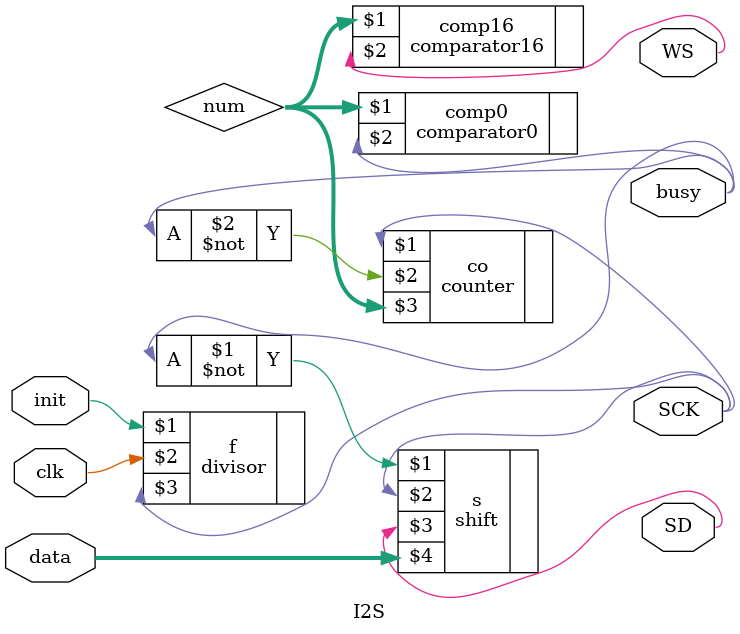
<source format=v>
module I2S #(parameter nBits = 32)(clk, busy, data, init, SD, SCK, WS);
	input clk, init;
	input [nBits - 1:0] data;
	output busy, SD, SCK, WS;

	wire [$clog2(nBits) - 1:0] num;

	divisor f(init, clk, SCK);
	shift s(~busy, SCK, SD, data);
	counter co(SCK, ~busy, num);
	comparator0 comp0(num, busy);
	comparator16 comp16(num, WS);	 
endmodule

</source>
